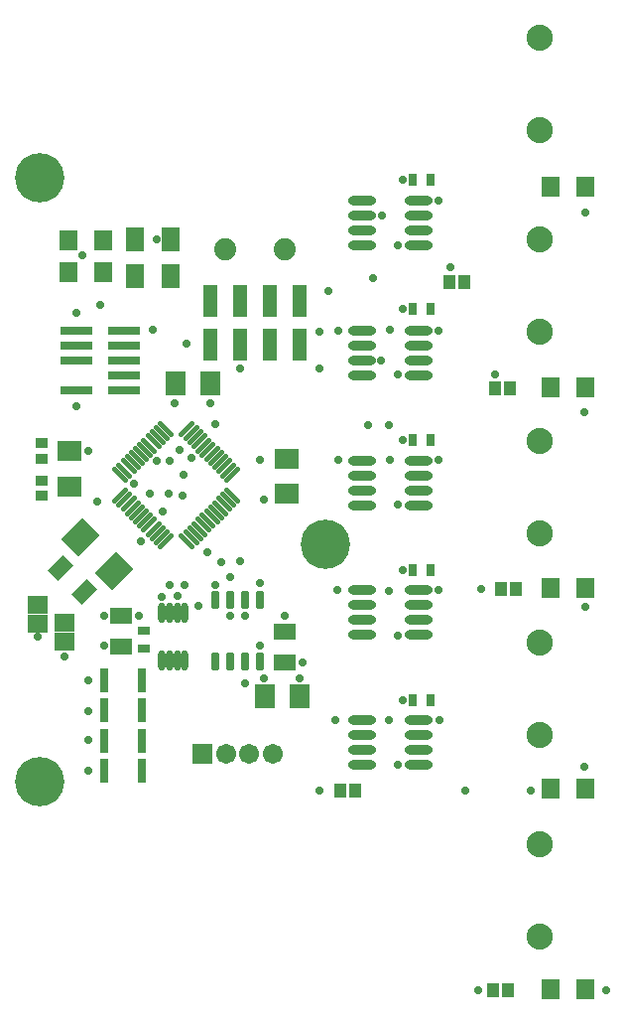
<source format=gbr>
%TF.GenerationSoftware,Altium Limited,Altium Designer,20.1.12 (249)*%
G04 Layer_Color=8388736*
%FSLAX26Y26*%
%MOIN*%
%TF.SameCoordinates,D7814EA1-E16B-4454-910B-2193EC0156EE*%
%TF.FilePolarity,Negative*%
%TF.FileFunction,Soldermask,Top*%
%TF.Part,Single*%
G01*
G75*
%TA.AperFunction,SMDPad,CuDef*%
%ADD14R,0.109843X0.029134*%
%TA.AperFunction,ViaPad*%
%ADD48C,0.165480*%
%TA.AperFunction,ComponentPad*%
%ADD49C,0.067055*%
%ADD50R,0.067055X0.067055*%
%ADD51C,0.088000*%
%ADD52C,0.074142*%
%TA.AperFunction,ViaPad*%
%ADD53C,0.028000*%
%TA.AperFunction,SMDPad,CuDef*%
G04:AMPARAMS|DCode=59|XSize=29.654mil|YSize=57.213mil|CornerRadius=5.949mil|HoleSize=0mil|Usage=FLASHONLY|Rotation=0.000|XOffset=0mil|YOffset=0mil|HoleType=Round|Shape=RoundedRectangle|*
%AMROUNDEDRECTD59*
21,1,0.029654,0.045315,0,0,0.0*
21,1,0.017756,0.057213,0,0,0.0*
1,1,0.011898,0.008878,-0.022657*
1,1,0.011898,-0.008878,-0.022657*
1,1,0.011898,-0.008878,0.022657*
1,1,0.011898,0.008878,0.022657*
%
%ADD59ROUNDEDRECTD59*%
%ADD60R,0.074929X0.053276*%
%ADD61R,0.039496X0.045402*%
%ADD62R,0.063118X0.067055*%
%ADD63R,0.041465X0.037528*%
G04:AMPARAMS|DCode=64|XSize=82.803mil|YSize=102.488mil|CornerRadius=0mil|HoleSize=0mil|Usage=FLASHONLY|Rotation=315.000|XOffset=0mil|YOffset=0mil|HoleType=Round|Shape=Rectangle|*
%AMROTATEDRECTD64*
4,1,4,-0.065510,-0.006960,0.006960,0.065510,0.065510,0.006960,-0.006960,-0.065510,-0.065510,-0.006960,0.0*
%
%ADD64ROTATEDRECTD64*%

%ADD65R,0.065087X0.059181*%
G04:AMPARAMS|DCode=66|XSize=72.961mil|YSize=51.307mil|CornerRadius=0mil|HoleSize=0mil|Usage=FLASHONLY|Rotation=45.000|XOffset=0mil|YOffset=0mil|HoleType=Round|Shape=Rectangle|*
%AMROTATEDRECTD66*
4,1,4,-0.007656,-0.043935,-0.043935,-0.007656,0.007656,0.043935,0.043935,0.007656,-0.007656,-0.043935,0.0*
%
%ADD66ROTATEDRECTD66*%

G04:AMPARAMS|DCode=67|XSize=17.843mil|YSize=69.024mil|CornerRadius=0mil|HoleSize=0mil|Usage=FLASHONLY|Rotation=135.000|XOffset=0mil|YOffset=0mil|HoleType=Round|Shape=Round|*
%AMOVALD67*
21,1,0.051181,0.017843,0.000000,0.000000,225.0*
1,1,0.017843,0.018095,0.018095*
1,1,0.017843,-0.018095,-0.018095*
%
%ADD67OVALD67*%

G04:AMPARAMS|DCode=68|XSize=17.843mil|YSize=69.024mil|CornerRadius=0mil|HoleSize=0mil|Usage=FLASHONLY|Rotation=45.000|XOffset=0mil|YOffset=0mil|HoleType=Round|Shape=Round|*
%AMOVALD68*
21,1,0.051181,0.017843,0.000000,0.000000,135.0*
1,1,0.017843,0.018095,-0.018095*
1,1,0.017843,-0.018095,0.018095*
%
%ADD68OVALD68*%

%ADD69R,0.025716X0.041465*%
%ADD70R,0.082803X0.067055*%
%ADD71R,0.047370X0.106425*%
%ADD72R,0.067055X0.082803*%
%ADD73O,0.094614X0.031622*%
%ADD74R,0.059181X0.078866*%
%ADD75O,0.025716X0.067055*%
%ADD76R,0.041465X0.025716*%
%ADD77R,0.029654X0.078866*%
D14*
X244882Y2309183D02*
D03*
Y2259183D02*
D03*
Y2209183D02*
D03*
Y2109183D02*
D03*
X405118Y2309183D02*
D03*
Y2259183D02*
D03*
Y2209183D02*
D03*
Y2159183D02*
D03*
Y2109183D02*
D03*
D48*
X1080000Y1590000D02*
D03*
X120000Y795000D02*
D03*
Y2820000D02*
D03*
D49*
X824370Y886654D02*
D03*
X745630D02*
D03*
X903110D02*
D03*
D50*
X666890D02*
D03*
D51*
X1800000Y1262274D02*
D03*
Y951250D02*
D03*
Y1938524D02*
D03*
Y1627500D02*
D03*
Y2614774D02*
D03*
Y2303750D02*
D03*
Y3291024D02*
D03*
Y2980000D02*
D03*
Y586024D02*
D03*
Y275000D02*
D03*
D52*
X745000Y2582018D02*
D03*
X945000D02*
D03*
D53*
X500000Y2310000D02*
D03*
X512349Y1872349D02*
D03*
X575000Y2065000D02*
D03*
X695000D02*
D03*
X1325000Y2595000D02*
D03*
X655000Y1385000D02*
D03*
X436620Y1795961D02*
D03*
X315000Y1735000D02*
D03*
X490000Y1760000D02*
D03*
X555000D02*
D03*
X1119427Y1436250D02*
D03*
X1500000Y2520000D02*
D03*
X1955000Y1380000D02*
D03*
X730000Y1530000D02*
D03*
X760000Y1480000D02*
D03*
X605000Y1825000D02*
D03*
X2025000Y95000D02*
D03*
X1950000Y845000D02*
D03*
X685000Y1565000D02*
D03*
X1950000Y2035000D02*
D03*
X1955000Y2705000D02*
D03*
X795000Y1535000D02*
D03*
X1770000Y765000D02*
D03*
X1550000D02*
D03*
X1595000Y95000D02*
D03*
X1060000Y765000D02*
D03*
X1605000Y1440000D02*
D03*
X1650000Y2160000D02*
D03*
X795000Y2180000D02*
D03*
X615000Y2265000D02*
D03*
X1268750Y2208750D02*
D03*
X1060000Y2180000D02*
D03*
X1125355Y2307105D02*
D03*
X1060000Y2305000D02*
D03*
X1090000Y2440000D02*
D03*
X600000Y1755000D02*
D03*
X1270000Y2695000D02*
D03*
X1240000Y2485000D02*
D03*
X515000Y2615000D02*
D03*
X265000Y2560000D02*
D03*
X325000Y2395000D02*
D03*
X205000Y1215000D02*
D03*
X115000Y1280000D02*
D03*
X285000Y1905000D02*
D03*
X875000Y1740000D02*
D03*
X860000Y1875000D02*
D03*
X875000Y1140000D02*
D03*
X995000D02*
D03*
X1005000Y1195000D02*
D03*
X945000Y1350000D02*
D03*
X335591Y1249409D02*
D03*
Y1351772D02*
D03*
X454409Y1350591D02*
D03*
X530404Y1414597D02*
D03*
X608386Y1455000D02*
D03*
X557205Y1452795D02*
D03*
X582795Y1417795D02*
D03*
X285000Y830000D02*
D03*
Y935000D02*
D03*
Y1030000D02*
D03*
Y1135000D02*
D03*
X460000Y1600000D02*
D03*
X535000Y1700000D02*
D03*
X557230Y1870713D02*
D03*
X589313Y1909062D02*
D03*
X710000Y1995000D02*
D03*
X630000Y1880000D02*
D03*
X710000Y1455000D02*
D03*
X860000Y1460000D02*
D03*
X760000Y1350000D02*
D03*
X860000Y1250000D02*
D03*
X810000Y1350000D02*
D03*
Y1125000D02*
D03*
X245000Y2054183D02*
D03*
Y2369183D02*
D03*
X1295000Y1990000D02*
D03*
X1225000D02*
D03*
X1296875Y2310000D02*
D03*
X1295000Y1435000D02*
D03*
X1296562Y1875000D02*
D03*
X1125000D02*
D03*
X1115000Y1000000D02*
D03*
X1295000D02*
D03*
X1461705Y2745000D02*
D03*
Y2308750D02*
D03*
Y1873100D02*
D03*
Y1436250D02*
D03*
X1465000Y1000000D02*
D03*
X1324527Y2160000D02*
D03*
Y1725000D02*
D03*
Y1285000D02*
D03*
Y850000D02*
D03*
X1340000Y1066900D02*
D03*
Y1505000D02*
D03*
Y1940000D02*
D03*
Y2380000D02*
D03*
Y2815000D02*
D03*
D59*
X860000Y1403347D02*
D03*
X810000D02*
D03*
X760000D02*
D03*
X710000D02*
D03*
X860000Y1196654D02*
D03*
X810000D02*
D03*
X760000D02*
D03*
X710000D02*
D03*
D60*
X945000Y1193819D02*
D03*
Y1296181D02*
D03*
X395000Y1248819D02*
D03*
Y1351181D02*
D03*
D61*
X1179606Y765000D02*
D03*
X1130394D02*
D03*
X1547431Y2470000D02*
D03*
X1498218D02*
D03*
X1699606Y2115000D02*
D03*
X1650394D02*
D03*
X1719606Y1440000D02*
D03*
X1670394D02*
D03*
X1694606Y95000D02*
D03*
X1645394D02*
D03*
D62*
X1835945Y2790000D02*
D03*
X1954055D02*
D03*
X1835945Y2116596D02*
D03*
X1954055D02*
D03*
X1835945Y1443192D02*
D03*
X1954055D02*
D03*
X1835945Y769788D02*
D03*
X1954055D02*
D03*
X1835945Y96385D02*
D03*
X1954055D02*
D03*
X334055Y2610000D02*
D03*
X215945D02*
D03*
X334055Y2505000D02*
D03*
X215945D02*
D03*
D63*
X127313Y1878819D02*
D03*
Y1930000D02*
D03*
X127313Y1754409D02*
D03*
Y1805591D02*
D03*
D64*
X257930Y1613565D02*
D03*
X372070Y1499426D02*
D03*
D65*
X114281Y1388921D02*
D03*
Y1325929D02*
D03*
X205000Y1328921D02*
D03*
Y1265929D02*
D03*
D66*
X191858Y1509670D02*
D03*
X271199Y1430330D02*
D03*
D67*
X391392Y1754033D02*
D03*
X405311Y1740113D02*
D03*
X419231Y1726194D02*
D03*
X433150Y1712275D02*
D03*
X447069Y1698355D02*
D03*
X460989Y1684436D02*
D03*
X474908Y1670516D02*
D03*
X488828Y1656597D02*
D03*
X502747Y1642678D02*
D03*
X516667Y1628758D02*
D03*
X530586Y1614839D02*
D03*
X544505Y1600919D02*
D03*
X768608Y1825022D02*
D03*
X754689Y1838941D02*
D03*
X740769Y1852861D02*
D03*
X726850Y1866780D02*
D03*
X712930Y1880700D02*
D03*
X699011Y1894619D02*
D03*
X685092Y1908539D02*
D03*
X671172Y1922458D02*
D03*
X657253Y1936377D02*
D03*
X643333Y1950297D02*
D03*
X629414Y1964216D02*
D03*
X615495Y1978136D02*
D03*
D68*
Y1600919D02*
D03*
X629414Y1614839D02*
D03*
X643333Y1628758D02*
D03*
X657253Y1642678D02*
D03*
X671172Y1656597D02*
D03*
X685092Y1670516D02*
D03*
X699011Y1684436D02*
D03*
X712930Y1698355D02*
D03*
X726850Y1712275D02*
D03*
X740769Y1726194D02*
D03*
X754689Y1740113D02*
D03*
X768608Y1754033D02*
D03*
X544505Y1978136D02*
D03*
X530586Y1964216D02*
D03*
X516667Y1950297D02*
D03*
X502747Y1936378D02*
D03*
X488828Y1922458D02*
D03*
X474908Y1908539D02*
D03*
X460989Y1894619D02*
D03*
X447069Y1880700D02*
D03*
X433150Y1866780D02*
D03*
X419231Y1852861D02*
D03*
X405311Y1838941D02*
D03*
X391392Y1825022D02*
D03*
D69*
X1434528Y1505000D02*
D03*
X1375473D02*
D03*
Y1940000D02*
D03*
X1434528D02*
D03*
Y1066900D02*
D03*
X1375473D02*
D03*
X1434528Y2815000D02*
D03*
X1375473D02*
D03*
Y2380000D02*
D03*
X1434528D02*
D03*
D70*
X220000Y1904055D02*
D03*
Y1785945D02*
D03*
X950000Y1760945D02*
D03*
Y1879055D02*
D03*
D71*
X795000Y2261152D02*
D03*
Y2406821D02*
D03*
X695000Y2261152D02*
D03*
Y2406821D02*
D03*
X895000D02*
D03*
X995000D02*
D03*
X895000Y2261152D02*
D03*
X995000D02*
D03*
D72*
X875945Y1080000D02*
D03*
X994055D02*
D03*
X575945Y2131821D02*
D03*
X694055D02*
D03*
D73*
X1394488Y1286250D02*
D03*
Y1336250D02*
D03*
Y1386250D02*
D03*
Y1436250D02*
D03*
X1205512Y1286250D02*
D03*
Y1336250D02*
D03*
Y1386250D02*
D03*
Y1436250D02*
D03*
Y1872500D02*
D03*
Y1822500D02*
D03*
Y1772500D02*
D03*
Y1722500D02*
D03*
X1394488Y1872500D02*
D03*
Y1822500D02*
D03*
Y1772500D02*
D03*
Y1722500D02*
D03*
Y850000D02*
D03*
Y900000D02*
D03*
Y950000D02*
D03*
Y1000000D02*
D03*
X1205512Y850000D02*
D03*
Y900000D02*
D03*
Y950000D02*
D03*
Y1000000D02*
D03*
X1394488Y2595000D02*
D03*
Y2645000D02*
D03*
Y2695000D02*
D03*
Y2745000D02*
D03*
X1205512Y2595000D02*
D03*
Y2645000D02*
D03*
Y2695000D02*
D03*
Y2745000D02*
D03*
Y2308750D02*
D03*
Y2258750D02*
D03*
Y2208750D02*
D03*
Y2158750D02*
D03*
X1394488Y2308750D02*
D03*
Y2258750D02*
D03*
Y2208750D02*
D03*
Y2158750D02*
D03*
D74*
X561024Y2490000D02*
D03*
X438976D02*
D03*
X561024Y2615000D02*
D03*
X438976D02*
D03*
D75*
X608386Y1359724D02*
D03*
X582795D02*
D03*
X557205D02*
D03*
X531614D02*
D03*
X608386Y1200276D02*
D03*
X582795D02*
D03*
X557205D02*
D03*
X531614D02*
D03*
D76*
X469439Y1240473D02*
D03*
Y1299528D02*
D03*
D77*
X463976Y931667D02*
D03*
X336024D02*
D03*
X463976Y1033333D02*
D03*
X336024D02*
D03*
X463976Y830000D02*
D03*
X336024D02*
D03*
X463976Y1135000D02*
D03*
X336024D02*
D03*
%TF.MD5,7315f603ba43157a520b1f564dab2f6f*%
M02*

</source>
